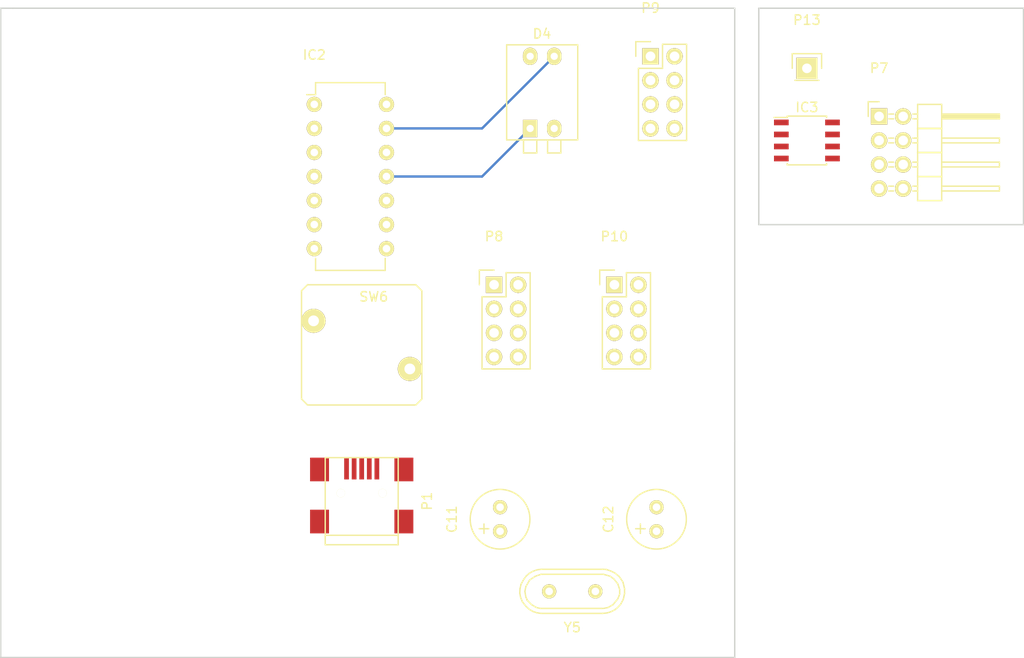
<source format=kicad_pcb>
(kicad_pcb (version 4) (host pcbnew 4.0.0-rc1-stable)

  (general
    (links 46)
    (no_connects 44)
    (area 125.73 76.2 234.95 146.05)
    (thickness 1.6)
    (drawings 11)
    (tracks 4)
    (zones 0)
    (modules 13)
    (nets 31)
  )

  (page A4)
  (layers
    (0 F.Cu signal)
    (31 B.Cu signal)
    (32 B.Adhes user)
    (33 F.Adhes user)
    (34 B.Paste user)
    (35 F.Paste user)
    (36 B.SilkS user)
    (37 F.SilkS user)
    (38 B.Mask user)
    (39 F.Mask user)
    (40 Dwgs.User user)
    (41 Cmts.User user)
    (42 Eco1.User user)
    (43 Eco2.User user)
    (44 Edge.Cuts user)
    (45 Margin user)
    (46 B.CrtYd user)
    (47 F.CrtYd user)
    (48 B.Fab user)
    (49 F.Fab user)
  )

  (setup
    (last_trace_width 0.25)
    (trace_clearance 0.2)
    (zone_clearance 0.508)
    (zone_45_only no)
    (trace_min 0.2)
    (segment_width 0.2)
    (edge_width 0.15)
    (via_size 0.6)
    (via_drill 0.4)
    (via_min_size 0.4)
    (via_min_drill 0.3)
    (uvia_size 0.3)
    (uvia_drill 0.1)
    (uvias_allowed no)
    (uvia_min_size 0.2)
    (uvia_min_drill 0.1)
    (pcb_text_width 0.3)
    (pcb_text_size 1.5 1.5)
    (mod_edge_width 0.15)
    (mod_text_size 1 1)
    (mod_text_width 0.15)
    (pad_size 1.524 1.524)
    (pad_drill 0.762)
    (pad_to_mask_clearance 0.2)
    (aux_axis_origin 0 0)
    (visible_elements FFFFFF7F)
    (pcbplotparams
      (layerselection 0x00030_80000001)
      (usegerberextensions false)
      (excludeedgelayer true)
      (linewidth 0.100000)
      (plotframeref false)
      (viasonmask false)
      (mode 1)
      (useauxorigin false)
      (hpglpennumber 1)
      (hpglpenspeed 20)
      (hpglpendiameter 15)
      (hpglpenoverlay 2)
      (psnegative false)
      (psa4output false)
      (plotreference true)
      (plotvalue true)
      (plotinvisibletext false)
      (padsonsilk false)
      (subtractmaskfromsilk false)
      (outputformat 1)
      (mirror false)
      (drillshape 1)
      (scaleselection 1)
      (outputdirectory ""))
  )

  (net 0 "")
  (net 1 "Net-(C11-Pad2)")
  (net 2 "Net-(C11-Pad1)")
  (net 3 "Net-(C12-Pad1)")
  (net 4 "Net-(D4-Pad1)")
  (net 5 "Net-(D4-Pad4)")
  (net 6 "Net-(D4-Pad2)")
  (net 7 "Net-(D4-Pad3)")
  (net 8 "Net-(IC2-Pad1)")
  (net 9 "Net-(IC2-Pad4)")
  (net 10 "Net-(IC2-Pad5)")
  (net 11 "Net-(IC2-Pad6)")
  (net 12 "Net-(IC2-Pad7)")
  (net 13 "Net-(IC2-Pad8)")
  (net 14 "Net-(IC2-Pad9)")
  (net 15 "Net-(IC3-Pad1)")
  (net 16 "Net-(IC3-Pad2)")
  (net 17 "Net-(IC3-Pad3)")
  (net 18 "Net-(IC3-Pad4)")
  (net 19 "Net-(IC3-Pad5)")
  (net 20 "Net-(IC3-Pad6)")
  (net 21 "Net-(IC3-Pad7)")
  (net 22 "Net-(IC3-Pad8)")
  (net 23 "Net-(P1-Pad4)")
  (net 24 "Net-(P1-Pad6)")
  (net 25 "Net-(P7-Pad1)")
  (net 26 "Net-(P8-Pad1)")
  (net 27 "Net-(P8-Pad6)")
  (net 28 "Net-(P9-Pad1)")
  (net 29 "Net-(P10-Pad5)")
  (net 30 "Net-(P10-Pad1)")

  (net_class Default "This is the default net class."
    (clearance 0.2)
    (trace_width 0.25)
    (via_dia 0.6)
    (via_drill 0.4)
    (uvia_dia 0.3)
    (uvia_drill 0.1)
    (add_net "Net-(C11-Pad1)")
    (add_net "Net-(C11-Pad2)")
    (add_net "Net-(C12-Pad1)")
    (add_net "Net-(D4-Pad1)")
    (add_net "Net-(D4-Pad2)")
    (add_net "Net-(D4-Pad3)")
    (add_net "Net-(D4-Pad4)")
    (add_net "Net-(IC2-Pad1)")
    (add_net "Net-(IC2-Pad4)")
    (add_net "Net-(IC2-Pad5)")
    (add_net "Net-(IC2-Pad6)")
    (add_net "Net-(IC2-Pad7)")
    (add_net "Net-(IC2-Pad8)")
    (add_net "Net-(IC2-Pad9)")
    (add_net "Net-(IC3-Pad1)")
    (add_net "Net-(IC3-Pad2)")
    (add_net "Net-(IC3-Pad3)")
    (add_net "Net-(IC3-Pad4)")
    (add_net "Net-(IC3-Pad5)")
    (add_net "Net-(IC3-Pad6)")
    (add_net "Net-(IC3-Pad7)")
    (add_net "Net-(IC3-Pad8)")
    (add_net "Net-(P1-Pad4)")
    (add_net "Net-(P1-Pad6)")
    (add_net "Net-(P10-Pad1)")
    (add_net "Net-(P10-Pad5)")
    (add_net "Net-(P7-Pad1)")
    (add_net "Net-(P8-Pad1)")
    (add_net "Net-(P8-Pad6)")
    (add_net "Net-(P9-Pad1)")
  )

  (module Capacitors_Elko_ThroughHole:Elko_vert_11.2x6.3mm_RM2.5_CopperClear (layer F.Cu) (tedit 5454A12B) (tstamp 561D2E97)
    (at 179.705 132.715 90)
    (descr "Electrolytic Capacitor, vertical, diameter 6,3mm, RM 2,5mm, CopperClear, radial,")
    (tags "Electrolytic Capacitor, vertical, diameter 6,3mm, RM 2,5mm, Elko, Electrolytkondensator, Kondensator gepolt, Durchmesser 6,3mm, CopperClear, radial,")
    (path /561DC024)
    (fp_text reference C11 (at 1.27 -5.08 90) (layer F.SilkS)
      (effects (font (size 1 1) (thickness 0.15)))
    )
    (fp_text value 12-22pF (at 1.27 5.08 90) (layer F.Fab)
      (effects (font (size 1 1) (thickness 0.15)))
    )
    (fp_line (start 0.26924 -1.69926) (end 0.76962 -1.69926) (layer F.SilkS) (width 0.15))
    (fp_line (start 0.26924 -1.69926) (end 0.26924 -2.19964) (layer F.SilkS) (width 0.15))
    (fp_line (start -0.23114 -1.69926) (end 0.26924 -1.69926) (layer F.SilkS) (width 0.15))
    (fp_line (start 0.26924 -1.69926) (end 0.26924 -1.30048) (layer F.SilkS) (width 0.15))
    (fp_line (start 0.26924 -1.30048) (end 0.26924 -1.19888) (layer F.SilkS) (width 0.15))
    (fp_circle (center 1.27 0) (end 4.4196 0) (layer F.SilkS) (width 0.15))
    (pad 2 thru_hole circle (at 2.54 0 90) (size 1.50114 1.50114) (drill 0.8001) (layers *.Cu *.Mask F.SilkS)
      (net 1 "Net-(C11-Pad2)"))
    (pad 1 thru_hole circle (at 0 0 90) (size 1.50114 1.50114) (drill 0.8001) (layers *.Cu *.Mask F.SilkS)
      (net 2 "Net-(C11-Pad1)"))
    (model Capacitors_Elko_ThroughHole.3dshapes/Elko_vert_11.2x6.3mm_RM2.5_CopperClear.wrl
      (at (xyz 0 0 0))
      (scale (xyz 1 1 1))
      (rotate (xyz 0 0 0))
    )
  )

  (module Capacitors_Elko_ThroughHole:Elko_vert_11.2x6.3mm_RM2.5_CopperClear (layer F.Cu) (tedit 5454A12B) (tstamp 561D2E9D)
    (at 196.215 132.715 90)
    (descr "Electrolytic Capacitor, vertical, diameter 6,3mm, RM 2,5mm, CopperClear, radial,")
    (tags "Electrolytic Capacitor, vertical, diameter 6,3mm, RM 2,5mm, Elko, Electrolytkondensator, Kondensator gepolt, Durchmesser 6,3mm, CopperClear, radial,")
    (path /561DC089)
    (fp_text reference C12 (at 1.27 -5.08 90) (layer F.SilkS)
      (effects (font (size 1 1) (thickness 0.15)))
    )
    (fp_text value 12-22pF (at 1.27 5.08 90) (layer F.Fab)
      (effects (font (size 1 1) (thickness 0.15)))
    )
    (fp_line (start 0.26924 -1.69926) (end 0.76962 -1.69926) (layer F.SilkS) (width 0.15))
    (fp_line (start 0.26924 -1.69926) (end 0.26924 -2.19964) (layer F.SilkS) (width 0.15))
    (fp_line (start -0.23114 -1.69926) (end 0.26924 -1.69926) (layer F.SilkS) (width 0.15))
    (fp_line (start 0.26924 -1.69926) (end 0.26924 -1.30048) (layer F.SilkS) (width 0.15))
    (fp_line (start 0.26924 -1.30048) (end 0.26924 -1.19888) (layer F.SilkS) (width 0.15))
    (fp_circle (center 1.27 0) (end 4.4196 0) (layer F.SilkS) (width 0.15))
    (pad 2 thru_hole circle (at 2.54 0 90) (size 1.50114 1.50114) (drill 0.8001) (layers *.Cu *.Mask F.SilkS)
      (net 1 "Net-(C11-Pad2)"))
    (pad 1 thru_hole circle (at 0 0 90) (size 1.50114 1.50114) (drill 0.8001) (layers *.Cu *.Mask F.SilkS)
      (net 3 "Net-(C12-Pad1)"))
    (model Capacitors_Elko_ThroughHole.3dshapes/Elko_vert_11.2x6.3mm_RM2.5_CopperClear.wrl
      (at (xyz 0 0 0))
      (scale (xyz 1 1 1))
      (rotate (xyz 0 0 0))
    )
  )

  (module Buttons_Switches_ThroughHole:SW_DIP_x2_Piano (layer F.Cu) (tedit 54BB66BF) (tstamp 561D2EA5)
    (at 182.88 90.17)
    (descr "CTS Electrocomponents, Series 206/208")
    (path /561D05B8)
    (fp_text reference D4 (at 1.25 -10) (layer F.SilkS)
      (effects (font (size 1 1) (thickness 0.15)))
    )
    (fp_text value LED_RCBG (at 2 4) (layer F.Fab)
      (effects (font (size 1 1) (thickness 0.15)))
    )
    (fp_line (start -0.7 1.22) (end -0.7 2.59) (layer F.SilkS) (width 0.15))
    (fp_line (start -0.7 2.59) (end 0.7 2.59) (layer F.SilkS) (width 0.15))
    (fp_line (start 0.7 2.59) (end 0.7 1.22) (layer F.SilkS) (width 0.15))
    (fp_line (start 1.84 1.22) (end 1.84 2.59) (layer F.SilkS) (width 0.15))
    (fp_line (start 1.84 2.59) (end 3.24 2.59) (layer F.SilkS) (width 0.15))
    (fp_line (start 3.24 2.59) (end 3.24 1.22) (layer F.SilkS) (width 0.15))
    (fp_line (start -2.8 -9.15) (end -2.8 2.95) (layer F.CrtYd) (width 0.05))
    (fp_line (start -2.8 2.95) (end 5.4 2.95) (layer F.CrtYd) (width 0.05))
    (fp_line (start 5.4 2.95) (end 5.4 -9.15) (layer F.CrtYd) (width 0.05))
    (fp_line (start 5.4 -9.15) (end -2.8 -9.15) (layer F.CrtYd) (width 0.05))
    (fp_line (start -2.48 1.21) (end -2.48 -8.83) (layer F.SilkS) (width 0.15))
    (fp_line (start -2.48 -8.83) (end 5.02 -8.83) (layer F.SilkS) (width 0.15))
    (fp_line (start 5.02 -8.83) (end 5.02 1.21) (layer F.SilkS) (width 0.15))
    (fp_line (start 5.02 1.21) (end -2.48 1.21) (layer F.SilkS) (width 0.15))
    (pad 1 thru_hole rect (at 0 0) (size 1.524 1.824) (drill 0.762) (layers *.Cu *.Mask F.SilkS)
      (net 4 "Net-(D4-Pad1)"))
    (pad 4 thru_hole oval (at 0 -7.62) (size 1.524 1.824) (drill 0.762) (layers *.Cu *.Mask F.SilkS)
      (net 5 "Net-(D4-Pad4)"))
    (pad 2 thru_hole oval (at 2.54 0) (size 1.524 1.824) (drill 0.762) (layers *.Cu *.Mask F.SilkS)
      (net 6 "Net-(D4-Pad2)"))
    (pad 3 thru_hole oval (at 2.54 -7.62) (size 1.524 1.824) (drill 0.762) (layers *.Cu *.Mask F.SilkS)
      (net 7 "Net-(D4-Pad3)"))
    (model Buttons_Switches_ThroughHole.3dshapes/SW_DIP_x2_Piano.wrl
      (at (xyz 0 0 0))
      (scale (xyz 1 1 1))
      (rotate (xyz 0 0 0))
    )
  )

  (module Housings_DIP:DIP-14_W7.62mm (layer F.Cu) (tedit 54130A77) (tstamp 561D2EB7)
    (at 160.095952 87.625)
    (descr "14-lead dip package, row spacing 7.62 mm (300 mils)")
    (tags "dil dip 2.54 300")
    (path /561D0407)
    (fp_text reference IC2 (at 0 -5.22) (layer F.SilkS)
      (effects (font (size 1 1) (thickness 0.15)))
    )
    (fp_text value ATTINY84A-P (at 0 -3.72) (layer F.Fab)
      (effects (font (size 1 1) (thickness 0.15)))
    )
    (fp_line (start -1.05 -2.45) (end -1.05 17.7) (layer F.CrtYd) (width 0.05))
    (fp_line (start 8.65 -2.45) (end 8.65 17.7) (layer F.CrtYd) (width 0.05))
    (fp_line (start -1.05 -2.45) (end 8.65 -2.45) (layer F.CrtYd) (width 0.05))
    (fp_line (start -1.05 17.7) (end 8.65 17.7) (layer F.CrtYd) (width 0.05))
    (fp_line (start 0.135 -2.295) (end 0.135 -1.025) (layer F.SilkS) (width 0.15))
    (fp_line (start 7.485 -2.295) (end 7.485 -1.025) (layer F.SilkS) (width 0.15))
    (fp_line (start 7.485 17.535) (end 7.485 16.265) (layer F.SilkS) (width 0.15))
    (fp_line (start 0.135 17.535) (end 0.135 16.265) (layer F.SilkS) (width 0.15))
    (fp_line (start 0.135 -2.295) (end 7.485 -2.295) (layer F.SilkS) (width 0.15))
    (fp_line (start 0.135 17.535) (end 7.485 17.535) (layer F.SilkS) (width 0.15))
    (fp_line (start 0.135 -1.025) (end -0.8 -1.025) (layer F.SilkS) (width 0.15))
    (pad 1 thru_hole oval (at 0 0) (size 1.6 1.6) (drill 0.8) (layers *.Cu *.Mask F.SilkS)
      (net 8 "Net-(IC2-Pad1)"))
    (pad 2 thru_hole oval (at 0 2.54) (size 1.6 1.6) (drill 0.8) (layers *.Cu *.Mask F.SilkS)
      (net 3 "Net-(C12-Pad1)"))
    (pad 3 thru_hole oval (at 0 5.08) (size 1.6 1.6) (drill 0.8) (layers *.Cu *.Mask F.SilkS)
      (net 2 "Net-(C11-Pad1)"))
    (pad 4 thru_hole oval (at 0 7.62) (size 1.6 1.6) (drill 0.8) (layers *.Cu *.Mask F.SilkS)
      (net 9 "Net-(IC2-Pad4)"))
    (pad 5 thru_hole oval (at 0 10.16) (size 1.6 1.6) (drill 0.8) (layers *.Cu *.Mask F.SilkS)
      (net 10 "Net-(IC2-Pad5)"))
    (pad 6 thru_hole oval (at 0 12.7) (size 1.6 1.6) (drill 0.8) (layers *.Cu *.Mask F.SilkS)
      (net 11 "Net-(IC2-Pad6)"))
    (pad 7 thru_hole oval (at 0 15.24) (size 1.6 1.6) (drill 0.8) (layers *.Cu *.Mask F.SilkS)
      (net 12 "Net-(IC2-Pad7)"))
    (pad 8 thru_hole oval (at 7.62 15.24) (size 1.6 1.6) (drill 0.8) (layers *.Cu *.Mask F.SilkS)
      (net 13 "Net-(IC2-Pad8)"))
    (pad 9 thru_hole oval (at 7.62 12.7) (size 1.6 1.6) (drill 0.8) (layers *.Cu *.Mask F.SilkS)
      (net 14 "Net-(IC2-Pad9)"))
    (pad 10 thru_hole oval (at 7.62 10.16) (size 1.6 1.6) (drill 0.8) (layers *.Cu *.Mask F.SilkS)
      (net 6 "Net-(D4-Pad2)"))
    (pad 11 thru_hole oval (at 7.62 7.62) (size 1.6 1.6) (drill 0.8) (layers *.Cu *.Mask F.SilkS)
      (net 4 "Net-(D4-Pad1)"))
    (pad 12 thru_hole oval (at 7.62 5.08) (size 1.6 1.6) (drill 0.8) (layers *.Cu *.Mask F.SilkS)
      (net 5 "Net-(D4-Pad4)"))
    (pad 13 thru_hole oval (at 7.62 2.54) (size 1.6 1.6) (drill 0.8) (layers *.Cu *.Mask F.SilkS)
      (net 7 "Net-(D4-Pad3)"))
    (pad 14 thru_hole oval (at 7.62 0) (size 1.6 1.6) (drill 0.8) (layers *.Cu *.Mask F.SilkS)
      (net 1 "Net-(C11-Pad2)"))
    (model Housings_DIP.3dshapes/DIP-14_W7.62mm.wrl
      (at (xyz 0 0 0))
      (scale (xyz 1 1 1))
      (rotate (xyz 0 0 0))
    )
  )

  (module Housings_SOIC:SOIC-8_3.9x4.9mm_Pitch1.27mm (layer F.Cu) (tedit 54130A77) (tstamp 561D2EC3)
    (at 212.09 91.44)
    (descr "8-Lead Plastic Small Outline (SN) - Narrow, 3.90 mm Body [SOIC] (see Microchip Packaging Specification 00000049BS.pdf)")
    (tags "SOIC 1.27")
    (path /561D0468)
    (attr smd)
    (fp_text reference IC3 (at 0 -3.5) (layer F.SilkS)
      (effects (font (size 1 1) (thickness 0.15)))
    )
    (fp_text value ATTINY25-S (at 0 3.5) (layer F.Fab)
      (effects (font (size 1 1) (thickness 0.15)))
    )
    (fp_line (start -3.75 -2.75) (end -3.75 2.75) (layer F.CrtYd) (width 0.05))
    (fp_line (start 3.75 -2.75) (end 3.75 2.75) (layer F.CrtYd) (width 0.05))
    (fp_line (start -3.75 -2.75) (end 3.75 -2.75) (layer F.CrtYd) (width 0.05))
    (fp_line (start -3.75 2.75) (end 3.75 2.75) (layer F.CrtYd) (width 0.05))
    (fp_line (start -2.075 -2.575) (end -2.075 -2.43) (layer F.SilkS) (width 0.15))
    (fp_line (start 2.075 -2.575) (end 2.075 -2.43) (layer F.SilkS) (width 0.15))
    (fp_line (start 2.075 2.575) (end 2.075 2.43) (layer F.SilkS) (width 0.15))
    (fp_line (start -2.075 2.575) (end -2.075 2.43) (layer F.SilkS) (width 0.15))
    (fp_line (start -2.075 -2.575) (end 2.075 -2.575) (layer F.SilkS) (width 0.15))
    (fp_line (start -2.075 2.575) (end 2.075 2.575) (layer F.SilkS) (width 0.15))
    (fp_line (start -2.075 -2.43) (end -3.475 -2.43) (layer F.SilkS) (width 0.15))
    (pad 1 smd rect (at -2.7 -1.905) (size 1.55 0.6) (layers F.Cu F.Paste F.Mask)
      (net 15 "Net-(IC3-Pad1)"))
    (pad 2 smd rect (at -2.7 -0.635) (size 1.55 0.6) (layers F.Cu F.Paste F.Mask)
      (net 16 "Net-(IC3-Pad2)"))
    (pad 3 smd rect (at -2.7 0.635) (size 1.55 0.6) (layers F.Cu F.Paste F.Mask)
      (net 17 "Net-(IC3-Pad3)"))
    (pad 4 smd rect (at -2.7 1.905) (size 1.55 0.6) (layers F.Cu F.Paste F.Mask)
      (net 18 "Net-(IC3-Pad4)"))
    (pad 5 smd rect (at 2.7 1.905) (size 1.55 0.6) (layers F.Cu F.Paste F.Mask)
      (net 19 "Net-(IC3-Pad5)"))
    (pad 6 smd rect (at 2.7 0.635) (size 1.55 0.6) (layers F.Cu F.Paste F.Mask)
      (net 20 "Net-(IC3-Pad6)"))
    (pad 7 smd rect (at 2.7 -0.635) (size 1.55 0.6) (layers F.Cu F.Paste F.Mask)
      (net 21 "Net-(IC3-Pad7)"))
    (pad 8 smd rect (at 2.7 -1.905) (size 1.55 0.6) (layers F.Cu F.Paste F.Mask)
      (net 22 "Net-(IC3-Pad8)"))
    (model Housings_SOIC.3dshapes/SOIC-8_3.9x4.9mm_Pitch1.27mm.wrl
      (at (xyz 0 0 0))
      (scale (xyz 1 1 1))
      (rotate (xyz 0 0 0))
    )
  )

  (module Connect:USB_Mini-B (layer F.Cu) (tedit 5543E571) (tstamp 561D2ED2)
    (at 165.1 129.54 90)
    (descr "USB Mini-B 5-pin SMD connector")
    (tags "USB USB_B USB_Mini connector")
    (path /561D051E)
    (attr smd)
    (fp_text reference P1 (at 0 6.90118 90) (layer F.SilkS)
      (effects (font (size 1 1) (thickness 0.15)))
    )
    (fp_text value USB_OTG (at 0 -7.0993 90) (layer F.Fab)
      (effects (font (size 1 1) (thickness 0.15)))
    )
    (fp_line (start -4.85 -5.7) (end 4.85 -5.7) (layer F.CrtYd) (width 0.05))
    (fp_line (start 4.85 -5.7) (end 4.85 5.7) (layer F.CrtYd) (width 0.05))
    (fp_line (start 4.85 5.7) (end -4.85 5.7) (layer F.CrtYd) (width 0.05))
    (fp_line (start -4.85 5.7) (end -4.85 -5.7) (layer F.CrtYd) (width 0.05))
    (fp_line (start -3.59918 -3.85064) (end -3.59918 3.85064) (layer F.SilkS) (width 0.15))
    (fp_line (start -4.59994 -3.85064) (end -4.59994 3.85064) (layer F.SilkS) (width 0.15))
    (fp_line (start -4.59994 3.85064) (end 4.59994 3.85064) (layer F.SilkS) (width 0.15))
    (fp_line (start 4.59994 3.85064) (end 4.59994 -3.85064) (layer F.SilkS) (width 0.15))
    (fp_line (start 4.59994 -3.85064) (end -4.59994 -3.85064) (layer F.SilkS) (width 0.15))
    (pad 1 smd rect (at 3.44932 -1.6002 90) (size 2.30124 0.50038) (layers F.Cu F.Paste F.Mask)
      (net 8 "Net-(IC2-Pad1)"))
    (pad 2 smd rect (at 3.44932 -0.8001 90) (size 2.30124 0.50038) (layers F.Cu F.Paste F.Mask)
      (net 10 "Net-(IC2-Pad5)"))
    (pad 3 smd rect (at 3.44932 0 90) (size 2.30124 0.50038) (layers F.Cu F.Paste F.Mask)
      (net 9 "Net-(IC2-Pad4)"))
    (pad 4 smd rect (at 3.44932 0.8001 90) (size 2.30124 0.50038) (layers F.Cu F.Paste F.Mask)
      (net 23 "Net-(P1-Pad4)"))
    (pad 5 smd rect (at 3.44932 1.6002 90) (size 2.30124 0.50038) (layers F.Cu F.Paste F.Mask)
      (net 1 "Net-(C11-Pad2)"))
    (pad 6 smd rect (at 3.35026 -4.45008 90) (size 2.49936 1.99898) (layers F.Cu F.Paste F.Mask)
      (net 24 "Net-(P1-Pad6)"))
    (pad 6 smd rect (at -2.14884 -4.45008 90) (size 2.49936 1.99898) (layers F.Cu F.Paste F.Mask)
      (net 24 "Net-(P1-Pad6)"))
    (pad 6 smd rect (at 3.35026 4.45008 90) (size 2.49936 1.99898) (layers F.Cu F.Paste F.Mask)
      (net 24 "Net-(P1-Pad6)"))
    (pad 6 smd rect (at -2.14884 4.45008 90) (size 2.49936 1.99898) (layers F.Cu F.Paste F.Mask)
      (net 24 "Net-(P1-Pad6)"))
    (pad "" np_thru_hole circle (at 0.8509 -2.19964 90) (size 0.89916 0.89916) (drill 0.89916) (layers *.Cu *.Mask F.SilkS))
    (pad "" np_thru_hole circle (at 0.8509 2.19964 90) (size 0.89916 0.89916) (drill 0.89916) (layers *.Cu *.Mask F.SilkS))
  )

  (module Pin_Headers:Pin_Header_Angled_2x04 (layer F.Cu) (tedit 54EA0233) (tstamp 561D2EDE)
    (at 219.71 88.9)
    (descr "Through hole pin header")
    (tags "pin header")
    (path /561D1227)
    (fp_text reference P7 (at 0 -5.1) (layer F.SilkS)
      (effects (font (size 1 1) (thickness 0.15)))
    )
    (fp_text value DIL8 (at 0 -3.1) (layer F.Fab)
      (effects (font (size 1 1) (thickness 0.15)))
    )
    (fp_line (start 0 -1.55) (end -1.15 -1.55) (layer F.SilkS) (width 0.15))
    (fp_line (start -1.15 -1.55) (end -1.15 0) (layer F.SilkS) (width 0.15))
    (fp_line (start -1.35 -1.75) (end -1.35 9.4) (layer F.CrtYd) (width 0.05))
    (fp_line (start 13.2 -1.75) (end 13.2 9.4) (layer F.CrtYd) (width 0.05))
    (fp_line (start -1.35 -1.75) (end 13.2 -1.75) (layer F.CrtYd) (width 0.05))
    (fp_line (start -1.35 9.4) (end 13.2 9.4) (layer F.CrtYd) (width 0.05))
    (fp_line (start 1.524 7.874) (end 1.016 7.874) (layer F.SilkS) (width 0.15))
    (fp_line (start 1.524 7.366) (end 1.016 7.366) (layer F.SilkS) (width 0.15))
    (fp_line (start 1.524 5.334) (end 1.016 5.334) (layer F.SilkS) (width 0.15))
    (fp_line (start 1.524 4.826) (end 1.016 4.826) (layer F.SilkS) (width 0.15))
    (fp_line (start 1.524 2.794) (end 1.016 2.794) (layer F.SilkS) (width 0.15))
    (fp_line (start 1.524 2.286) (end 1.016 2.286) (layer F.SilkS) (width 0.15))
    (fp_line (start 1.524 0.254) (end 1.016 0.254) (layer F.SilkS) (width 0.15))
    (fp_line (start 1.524 -0.254) (end 1.016 -0.254) (layer F.SilkS) (width 0.15))
    (fp_line (start 4.064 -0.254) (end 3.556 -0.254) (layer F.SilkS) (width 0.15))
    (fp_line (start 4.064 0.254) (end 3.556 0.254) (layer F.SilkS) (width 0.15))
    (fp_line (start 4.064 2.286) (end 3.556 2.286) (layer F.SilkS) (width 0.15))
    (fp_line (start 4.064 2.794) (end 3.556 2.794) (layer F.SilkS) (width 0.15))
    (fp_line (start 4.064 7.874) (end 3.556 7.874) (layer F.SilkS) (width 0.15))
    (fp_line (start 4.064 7.366) (end 3.556 7.366) (layer F.SilkS) (width 0.15))
    (fp_line (start 4.064 5.334) (end 3.556 5.334) (layer F.SilkS) (width 0.15))
    (fp_line (start 4.064 4.826) (end 3.556 4.826) (layer F.SilkS) (width 0.15))
    (fp_line (start 6.604 -0.127) (end 12.573 -0.127) (layer F.SilkS) (width 0.15))
    (fp_line (start 12.573 -0.127) (end 12.573 0.127) (layer F.SilkS) (width 0.15))
    (fp_line (start 12.573 0.127) (end 6.731 0.127) (layer F.SilkS) (width 0.15))
    (fp_line (start 6.731 0.127) (end 6.731 0) (layer F.SilkS) (width 0.15))
    (fp_line (start 6.731 0) (end 12.573 0) (layer F.SilkS) (width 0.15))
    (fp_line (start 4.064 8.89) (end 6.604 8.89) (layer F.SilkS) (width 0.15))
    (fp_line (start 4.064 3.81) (end 6.604 3.81) (layer F.SilkS) (width 0.15))
    (fp_line (start 4.064 3.81) (end 4.064 6.35) (layer F.SilkS) (width 0.15))
    (fp_line (start 4.064 6.35) (end 6.604 6.35) (layer F.SilkS) (width 0.15))
    (fp_line (start 6.604 4.826) (end 12.7 4.826) (layer F.SilkS) (width 0.15))
    (fp_line (start 12.7 4.826) (end 12.7 5.334) (layer F.SilkS) (width 0.15))
    (fp_line (start 12.7 5.334) (end 6.604 5.334) (layer F.SilkS) (width 0.15))
    (fp_line (start 6.604 6.35) (end 6.604 3.81) (layer F.SilkS) (width 0.15))
    (fp_line (start 6.604 8.89) (end 6.604 6.35) (layer F.SilkS) (width 0.15))
    (fp_line (start 12.7 7.874) (end 6.604 7.874) (layer F.SilkS) (width 0.15))
    (fp_line (start 12.7 7.366) (end 12.7 7.874) (layer F.SilkS) (width 0.15))
    (fp_line (start 6.604 7.366) (end 12.7 7.366) (layer F.SilkS) (width 0.15))
    (fp_line (start 4.064 8.89) (end 6.604 8.89) (layer F.SilkS) (width 0.15))
    (fp_line (start 4.064 6.35) (end 4.064 8.89) (layer F.SilkS) (width 0.15))
    (fp_line (start 4.064 6.35) (end 6.604 6.35) (layer F.SilkS) (width 0.15))
    (fp_line (start 4.064 1.27) (end 6.604 1.27) (layer F.SilkS) (width 0.15))
    (fp_line (start 4.064 1.27) (end 4.064 3.81) (layer F.SilkS) (width 0.15))
    (fp_line (start 4.064 3.81) (end 6.604 3.81) (layer F.SilkS) (width 0.15))
    (fp_line (start 6.604 2.286) (end 12.7 2.286) (layer F.SilkS) (width 0.15))
    (fp_line (start 12.7 2.286) (end 12.7 2.794) (layer F.SilkS) (width 0.15))
    (fp_line (start 12.7 2.794) (end 6.604 2.794) (layer F.SilkS) (width 0.15))
    (fp_line (start 6.604 3.81) (end 6.604 1.27) (layer F.SilkS) (width 0.15))
    (fp_line (start 6.604 1.27) (end 6.604 -1.27) (layer F.SilkS) (width 0.15))
    (fp_line (start 12.7 0.254) (end 6.604 0.254) (layer F.SilkS) (width 0.15))
    (fp_line (start 12.7 -0.254) (end 12.7 0.254) (layer F.SilkS) (width 0.15))
    (fp_line (start 6.604 -0.254) (end 12.7 -0.254) (layer F.SilkS) (width 0.15))
    (fp_line (start 4.064 1.27) (end 6.604 1.27) (layer F.SilkS) (width 0.15))
    (fp_line (start 4.064 -1.27) (end 4.064 1.27) (layer F.SilkS) (width 0.15))
    (fp_line (start 4.064 -1.27) (end 6.604 -1.27) (layer F.SilkS) (width 0.15))
    (pad 1 thru_hole rect (at 0 0) (size 1.7272 1.7272) (drill 1.016) (layers *.Cu *.Mask F.SilkS)
      (net 25 "Net-(P7-Pad1)"))
    (pad 2 thru_hole oval (at 2.54 0) (size 1.7272 1.7272) (drill 1.016) (layers *.Cu *.Mask F.SilkS)
      (net 16 "Net-(IC3-Pad2)"))
    (pad 3 thru_hole oval (at 0 2.54) (size 1.7272 1.7272) (drill 1.016) (layers *.Cu *.Mask F.SilkS)
      (net 17 "Net-(IC3-Pad3)"))
    (pad 4 thru_hole oval (at 2.54 2.54) (size 1.7272 1.7272) (drill 1.016) (layers *.Cu *.Mask F.SilkS)
      (net 18 "Net-(IC3-Pad4)"))
    (pad 5 thru_hole oval (at 0 5.08) (size 1.7272 1.7272) (drill 1.016) (layers *.Cu *.Mask F.SilkS)
      (net 19 "Net-(IC3-Pad5)"))
    (pad 6 thru_hole oval (at 2.54 5.08) (size 1.7272 1.7272) (drill 1.016) (layers *.Cu *.Mask F.SilkS)
      (net 20 "Net-(IC3-Pad6)"))
    (pad 7 thru_hole oval (at 0 7.62) (size 1.7272 1.7272) (drill 1.016) (layers *.Cu *.Mask F.SilkS)
      (net 21 "Net-(IC3-Pad7)"))
    (pad 8 thru_hole oval (at 2.54 7.62) (size 1.7272 1.7272) (drill 1.016) (layers *.Cu *.Mask F.SilkS)
      (net 22 "Net-(IC3-Pad8)"))
    (model Pin_Headers.3dshapes/Pin_Header_Angled_2x04.wrl
      (at (xyz 0.05 -0.15 0))
      (scale (xyz 1 1 1))
      (rotate (xyz 0 0 90))
    )
  )

  (module Pin_Headers:Pin_Header_Straight_2x04 (layer F.Cu) (tedit 0) (tstamp 561D2EEA)
    (at 179.07 106.68)
    (descr "Through hole pin header")
    (tags "pin header")
    (path /561D1280)
    (fp_text reference P8 (at 0 -5.1) (layer F.SilkS)
      (effects (font (size 1 1) (thickness 0.15)))
    )
    (fp_text value DIL8 (at 0 -3.1) (layer F.Fab)
      (effects (font (size 1 1) (thickness 0.15)))
    )
    (fp_line (start -1.75 -1.75) (end -1.75 9.4) (layer F.CrtYd) (width 0.05))
    (fp_line (start 4.3 -1.75) (end 4.3 9.4) (layer F.CrtYd) (width 0.05))
    (fp_line (start -1.75 -1.75) (end 4.3 -1.75) (layer F.CrtYd) (width 0.05))
    (fp_line (start -1.75 9.4) (end 4.3 9.4) (layer F.CrtYd) (width 0.05))
    (fp_line (start -1.27 1.27) (end -1.27 8.89) (layer F.SilkS) (width 0.15))
    (fp_line (start -1.27 8.89) (end 3.81 8.89) (layer F.SilkS) (width 0.15))
    (fp_line (start 3.81 8.89) (end 3.81 -1.27) (layer F.SilkS) (width 0.15))
    (fp_line (start 3.81 -1.27) (end 1.27 -1.27) (layer F.SilkS) (width 0.15))
    (fp_line (start 0 -1.55) (end -1.55 -1.55) (layer F.SilkS) (width 0.15))
    (fp_line (start 1.27 -1.27) (end 1.27 1.27) (layer F.SilkS) (width 0.15))
    (fp_line (start 1.27 1.27) (end -1.27 1.27) (layer F.SilkS) (width 0.15))
    (fp_line (start -1.55 -1.55) (end -1.55 0) (layer F.SilkS) (width 0.15))
    (pad 1 thru_hole rect (at 0 0) (size 1.7272 1.7272) (drill 1.016) (layers *.Cu *.Mask F.SilkS)
      (net 26 "Net-(P8-Pad1)"))
    (pad 2 thru_hole oval (at 2.54 0) (size 1.7272 1.7272) (drill 1.016) (layers *.Cu *.Mask F.SilkS)
      (net 3 "Net-(C12-Pad1)"))
    (pad 3 thru_hole oval (at 0 2.54) (size 1.7272 1.7272) (drill 1.016) (layers *.Cu *.Mask F.SilkS)
      (net 2 "Net-(C11-Pad1)"))
    (pad 4 thru_hole oval (at 2.54 2.54) (size 1.7272 1.7272) (drill 1.016) (layers *.Cu *.Mask F.SilkS)
      (net 1 "Net-(C11-Pad2)"))
    (pad 5 thru_hole oval (at 0 5.08) (size 1.7272 1.7272) (drill 1.016) (layers *.Cu *.Mask F.SilkS)
      (net 13 "Net-(IC2-Pad8)"))
    (pad 6 thru_hole oval (at 2.54 5.08) (size 1.7272 1.7272) (drill 1.016) (layers *.Cu *.Mask F.SilkS)
      (net 27 "Net-(P8-Pad6)"))
    (pad 7 thru_hole oval (at 0 7.62) (size 1.7272 1.7272) (drill 1.016) (layers *.Cu *.Mask F.SilkS)
      (net 14 "Net-(IC2-Pad9)"))
    (pad 8 thru_hole oval (at 2.54 7.62) (size 1.7272 1.7272) (drill 1.016) (layers *.Cu *.Mask F.SilkS)
      (net 8 "Net-(IC2-Pad1)"))
    (model Pin_Headers.3dshapes/Pin_Header_Straight_2x04.wrl
      (at (xyz 0.05 -0.15 0))
      (scale (xyz 1 1 1))
      (rotate (xyz 0 0 90))
    )
  )

  (module Pin_Headers:Pin_Header_Straight_2x04 (layer F.Cu) (tedit 0) (tstamp 561D2EF6)
    (at 195.58 82.55)
    (descr "Through hole pin header")
    (tags "pin header")
    (path /561D0725)
    (fp_text reference P9 (at 0 -5.1) (layer F.SilkS)
      (effects (font (size 1 1) (thickness 0.15)))
    )
    (fp_text value DIL8 (at 0 -3.1) (layer F.Fab)
      (effects (font (size 1 1) (thickness 0.15)))
    )
    (fp_line (start -1.75 -1.75) (end -1.75 9.4) (layer F.CrtYd) (width 0.05))
    (fp_line (start 4.3 -1.75) (end 4.3 9.4) (layer F.CrtYd) (width 0.05))
    (fp_line (start -1.75 -1.75) (end 4.3 -1.75) (layer F.CrtYd) (width 0.05))
    (fp_line (start -1.75 9.4) (end 4.3 9.4) (layer F.CrtYd) (width 0.05))
    (fp_line (start -1.27 1.27) (end -1.27 8.89) (layer F.SilkS) (width 0.15))
    (fp_line (start -1.27 8.89) (end 3.81 8.89) (layer F.SilkS) (width 0.15))
    (fp_line (start 3.81 8.89) (end 3.81 -1.27) (layer F.SilkS) (width 0.15))
    (fp_line (start 3.81 -1.27) (end 1.27 -1.27) (layer F.SilkS) (width 0.15))
    (fp_line (start 0 -1.55) (end -1.55 -1.55) (layer F.SilkS) (width 0.15))
    (fp_line (start 1.27 -1.27) (end 1.27 1.27) (layer F.SilkS) (width 0.15))
    (fp_line (start 1.27 1.27) (end -1.27 1.27) (layer F.SilkS) (width 0.15))
    (fp_line (start -1.55 -1.55) (end -1.55 0) (layer F.SilkS) (width 0.15))
    (pad 1 thru_hole rect (at 0 0) (size 1.7272 1.7272) (drill 1.016) (layers *.Cu *.Mask F.SilkS)
      (net 28 "Net-(P9-Pad1)"))
    (pad 2 thru_hole oval (at 2.54 0) (size 1.7272 1.7272) (drill 1.016) (layers *.Cu *.Mask F.SilkS)
      (net 3 "Net-(C12-Pad1)"))
    (pad 3 thru_hole oval (at 0 2.54) (size 1.7272 1.7272) (drill 1.016) (layers *.Cu *.Mask F.SilkS)
      (net 2 "Net-(C11-Pad1)"))
    (pad 4 thru_hole oval (at 2.54 2.54) (size 1.7272 1.7272) (drill 1.016) (layers *.Cu *.Mask F.SilkS)
      (net 1 "Net-(C11-Pad2)"))
    (pad 5 thru_hole oval (at 0 5.08) (size 1.7272 1.7272) (drill 1.016) (layers *.Cu *.Mask F.SilkS)
      (net 27 "Net-(P8-Pad6)"))
    (pad 6 thru_hole oval (at 2.54 5.08) (size 1.7272 1.7272) (drill 1.016) (layers *.Cu *.Mask F.SilkS)
      (net 29 "Net-(P10-Pad5)"))
    (pad 7 thru_hole oval (at 0 7.62) (size 1.7272 1.7272) (drill 1.016) (layers *.Cu *.Mask F.SilkS)
      (net 14 "Net-(IC2-Pad9)"))
    (pad 8 thru_hole oval (at 2.54 7.62) (size 1.7272 1.7272) (drill 1.016) (layers *.Cu *.Mask F.SilkS)
      (net 8 "Net-(IC2-Pad1)"))
    (model Pin_Headers.3dshapes/Pin_Header_Straight_2x04.wrl
      (at (xyz 0.05 -0.15 0))
      (scale (xyz 1 1 1))
      (rotate (xyz 0 0 90))
    )
  )

  (module Pin_Headers:Pin_Header_Straight_2x04 (layer F.Cu) (tedit 0) (tstamp 561D2F02)
    (at 191.77 106.68)
    (descr "Through hole pin header")
    (tags "pin header")
    (path /561D3C21)
    (fp_text reference P10 (at 0 -5.1) (layer F.SilkS)
      (effects (font (size 1 1) (thickness 0.15)))
    )
    (fp_text value DIL8 (at 0 -3.1) (layer F.Fab)
      (effects (font (size 1 1) (thickness 0.15)))
    )
    (fp_line (start -1.75 -1.75) (end -1.75 9.4) (layer F.CrtYd) (width 0.05))
    (fp_line (start 4.3 -1.75) (end 4.3 9.4) (layer F.CrtYd) (width 0.05))
    (fp_line (start -1.75 -1.75) (end 4.3 -1.75) (layer F.CrtYd) (width 0.05))
    (fp_line (start -1.75 9.4) (end 4.3 9.4) (layer F.CrtYd) (width 0.05))
    (fp_line (start -1.27 1.27) (end -1.27 8.89) (layer F.SilkS) (width 0.15))
    (fp_line (start -1.27 8.89) (end 3.81 8.89) (layer F.SilkS) (width 0.15))
    (fp_line (start 3.81 8.89) (end 3.81 -1.27) (layer F.SilkS) (width 0.15))
    (fp_line (start 3.81 -1.27) (end 1.27 -1.27) (layer F.SilkS) (width 0.15))
    (fp_line (start 0 -1.55) (end -1.55 -1.55) (layer F.SilkS) (width 0.15))
    (fp_line (start 1.27 -1.27) (end 1.27 1.27) (layer F.SilkS) (width 0.15))
    (fp_line (start 1.27 1.27) (end -1.27 1.27) (layer F.SilkS) (width 0.15))
    (fp_line (start -1.55 -1.55) (end -1.55 0) (layer F.SilkS) (width 0.15))
    (pad 1 thru_hole rect (at 0 0) (size 1.7272 1.7272) (drill 1.016) (layers *.Cu *.Mask F.SilkS)
      (net 30 "Net-(P10-Pad1)"))
    (pad 2 thru_hole oval (at 2.54 0) (size 1.7272 1.7272) (drill 1.016) (layers *.Cu *.Mask F.SilkS)
      (net 3 "Net-(C12-Pad1)"))
    (pad 3 thru_hole oval (at 0 2.54) (size 1.7272 1.7272) (drill 1.016) (layers *.Cu *.Mask F.SilkS)
      (net 2 "Net-(C11-Pad1)"))
    (pad 4 thru_hole oval (at 2.54 2.54) (size 1.7272 1.7272) (drill 1.016) (layers *.Cu *.Mask F.SilkS)
      (net 1 "Net-(C11-Pad2)"))
    (pad 5 thru_hole oval (at 0 5.08) (size 1.7272 1.7272) (drill 1.016) (layers *.Cu *.Mask F.SilkS)
      (net 29 "Net-(P10-Pad5)"))
    (pad 6 thru_hole oval (at 2.54 5.08) (size 1.7272 1.7272) (drill 1.016) (layers *.Cu *.Mask F.SilkS)
      (net 12 "Net-(IC2-Pad7)"))
    (pad 7 thru_hole oval (at 0 7.62) (size 1.7272 1.7272) (drill 1.016) (layers *.Cu *.Mask F.SilkS)
      (net 14 "Net-(IC2-Pad9)"))
    (pad 8 thru_hole oval (at 2.54 7.62) (size 1.7272 1.7272) (drill 1.016) (layers *.Cu *.Mask F.SilkS)
      (net 8 "Net-(IC2-Pad1)"))
    (model Pin_Headers.3dshapes/Pin_Header_Straight_2x04.wrl
      (at (xyz 0.05 -0.15 0))
      (scale (xyz 1 1 1))
      (rotate (xyz 0 0 90))
    )
  )

  (module Pin_Headers:Pin_Header_Straight_1x01 (layer F.Cu) (tedit 54EA08DC) (tstamp 561D2F07)
    (at 212.09 83.82)
    (descr "Through hole pin header")
    (tags "pin header")
    (path /561DD29E)
    (fp_text reference P13 (at 0 -5.1) (layer F.SilkS)
      (effects (font (size 1 1) (thickness 0.15)))
    )
    (fp_text value SENSOR (at 0 -3.1) (layer F.Fab)
      (effects (font (size 1 1) (thickness 0.15)))
    )
    (fp_line (start 1.55 -1.55) (end 1.55 0) (layer F.SilkS) (width 0.15))
    (fp_line (start -1.75 -1.75) (end -1.75 1.75) (layer F.CrtYd) (width 0.05))
    (fp_line (start 1.75 -1.75) (end 1.75 1.75) (layer F.CrtYd) (width 0.05))
    (fp_line (start -1.75 -1.75) (end 1.75 -1.75) (layer F.CrtYd) (width 0.05))
    (fp_line (start -1.75 1.75) (end 1.75 1.75) (layer F.CrtYd) (width 0.05))
    (fp_line (start -1.55 0) (end -1.55 -1.55) (layer F.SilkS) (width 0.15))
    (fp_line (start -1.55 -1.55) (end 1.55 -1.55) (layer F.SilkS) (width 0.15))
    (fp_line (start -1.27 1.27) (end 1.27 1.27) (layer F.SilkS) (width 0.15))
    (pad 1 thru_hole rect (at 0 0) (size 2.2352 2.2352) (drill 1.016) (layers *.Cu *.Mask F.SilkS)
      (net 15 "Net-(IC3-Pad1)"))
    (model Pin_Headers.3dshapes/Pin_Header_Straight_1x01.wrl
      (at (xyz 0 0 0))
      (scale (xyz 1 1 1))
      (rotate (xyz 0 0 90))
    )
  )

  (module Buttons_Switches_ThroughHole:SW_PUSH (layer F.Cu) (tedit 0) (tstamp 561D2F0D)
    (at 165.1 113.03)
    (descr "Bouton poussoir")
    (tags "SWITCH DEV")
    (path /561D0563)
    (fp_text reference SW6 (at 1.27 -5.08) (layer F.SilkS)
      (effects (font (size 1 1) (thickness 0.15)))
    )
    (fp_text value "CHANGE MODE" (at 0 0) (layer F.Fab)
      (effects (font (size 1 1) (thickness 0.15)))
    )
    (fp_line (start 6.35 -5.715) (end 6.35 5.715) (layer F.SilkS) (width 0.15))
    (fp_line (start 6.35 5.715) (end 5.715 6.35) (layer F.SilkS) (width 0.15))
    (fp_line (start 5.715 6.35) (end -5.715 6.35) (layer F.SilkS) (width 0.15))
    (fp_line (start -5.715 6.35) (end -6.35 5.715) (layer F.SilkS) (width 0.15))
    (fp_line (start -6.35 5.715) (end -6.35 -5.715) (layer F.SilkS) (width 0.15))
    (fp_line (start -5.715 -6.35) (end 5.715 -6.35) (layer F.SilkS) (width 0.15))
    (fp_line (start 5.715 -6.35) (end 6.35 -5.715) (layer F.SilkS) (width 0.15))
    (fp_line (start -6.35 -5.715) (end -5.715 -6.35) (layer F.SilkS) (width 0.15))
    (pad 1 thru_hole circle (at -5.08 -2.54) (size 2.54 2.54) (drill 1.143) (layers *.Cu *.Mask F.SilkS)
      (net 8 "Net-(IC2-Pad1)"))
    (pad 2 thru_hole circle (at 5.08 2.54) (size 2.54 2.54) (drill 1.143) (layers *.Cu *.Mask F.SilkS)
      (net 11 "Net-(IC2-Pad6)"))
    (model Buttons_Switches_ThroughHole.3dshapes/SW_PUSH.wrl
      (at (xyz 0 0 0))
      (scale (xyz 1 1 1))
      (rotate (xyz 0 0 0))
    )
  )

  (module Crystals:Crystal_HC49-U_Vertical (layer F.Cu) (tedit 0) (tstamp 561D2F13)
    (at 187.325 139.065 180)
    (descr "Crystal, Quarz, HC49/U, vertical, stehend,")
    (tags "Crystal, Quarz, HC49/U, vertical, stehend,")
    (path /561D094A)
    (fp_text reference Y5 (at 0 -3.81 180) (layer F.SilkS)
      (effects (font (size 1 1) (thickness 0.15)))
    )
    (fp_text value "20 Mhz" (at 0 3.81 180) (layer F.Fab)
      (effects (font (size 1 1) (thickness 0.15)))
    )
    (fp_line (start 4.699 -1.00076) (end 4.89966 -0.59944) (layer F.SilkS) (width 0.15))
    (fp_line (start 4.89966 -0.59944) (end 5.00126 0) (layer F.SilkS) (width 0.15))
    (fp_line (start 5.00126 0) (end 4.89966 0.50038) (layer F.SilkS) (width 0.15))
    (fp_line (start 4.89966 0.50038) (end 4.50088 1.19888) (layer F.SilkS) (width 0.15))
    (fp_line (start 4.50088 1.19888) (end 3.8989 1.6002) (layer F.SilkS) (width 0.15))
    (fp_line (start 3.8989 1.6002) (end 3.29946 1.80086) (layer F.SilkS) (width 0.15))
    (fp_line (start 3.29946 1.80086) (end -3.29946 1.80086) (layer F.SilkS) (width 0.15))
    (fp_line (start -3.29946 1.80086) (end -4.0005 1.6002) (layer F.SilkS) (width 0.15))
    (fp_line (start -4.0005 1.6002) (end -4.39928 1.30048) (layer F.SilkS) (width 0.15))
    (fp_line (start -4.39928 1.30048) (end -4.8006 0.8001) (layer F.SilkS) (width 0.15))
    (fp_line (start -4.8006 0.8001) (end -5.00126 0.20066) (layer F.SilkS) (width 0.15))
    (fp_line (start -5.00126 0.20066) (end -5.00126 -0.29972) (layer F.SilkS) (width 0.15))
    (fp_line (start -5.00126 -0.29972) (end -4.8006 -0.8001) (layer F.SilkS) (width 0.15))
    (fp_line (start -4.8006 -0.8001) (end -4.30022 -1.39954) (layer F.SilkS) (width 0.15))
    (fp_line (start -4.30022 -1.39954) (end -3.79984 -1.69926) (layer F.SilkS) (width 0.15))
    (fp_line (start -3.79984 -1.69926) (end -3.29946 -1.80086) (layer F.SilkS) (width 0.15))
    (fp_line (start -3.2004 -1.80086) (end 3.40106 -1.80086) (layer F.SilkS) (width 0.15))
    (fp_line (start 3.40106 -1.80086) (end 3.79984 -1.69926) (layer F.SilkS) (width 0.15))
    (fp_line (start 3.79984 -1.69926) (end 4.30022 -1.39954) (layer F.SilkS) (width 0.15))
    (fp_line (start 4.30022 -1.39954) (end 4.8006 -0.89916) (layer F.SilkS) (width 0.15))
    (fp_line (start -3.19024 -2.32918) (end -3.64998 -2.28092) (layer F.SilkS) (width 0.15))
    (fp_line (start -3.64998 -2.28092) (end -4.04876 -2.16916) (layer F.SilkS) (width 0.15))
    (fp_line (start -4.04876 -2.16916) (end -4.48056 -1.95072) (layer F.SilkS) (width 0.15))
    (fp_line (start -4.48056 -1.95072) (end -4.77012 -1.71958) (layer F.SilkS) (width 0.15))
    (fp_line (start -4.77012 -1.71958) (end -5.10032 -1.36906) (layer F.SilkS) (width 0.15))
    (fp_line (start -5.10032 -1.36906) (end -5.38988 -0.83058) (layer F.SilkS) (width 0.15))
    (fp_line (start -5.38988 -0.83058) (end -5.51942 -0.23114) (layer F.SilkS) (width 0.15))
    (fp_line (start -5.51942 -0.23114) (end -5.51942 0.2794) (layer F.SilkS) (width 0.15))
    (fp_line (start -5.51942 0.2794) (end -5.34924 0.98044) (layer F.SilkS) (width 0.15))
    (fp_line (start -5.34924 0.98044) (end -4.95046 1.56972) (layer F.SilkS) (width 0.15))
    (fp_line (start -4.95046 1.56972) (end -4.49072 1.94056) (layer F.SilkS) (width 0.15))
    (fp_line (start -4.49072 1.94056) (end -4.06908 2.14884) (layer F.SilkS) (width 0.15))
    (fp_line (start -4.06908 2.14884) (end -3.6195 2.30886) (layer F.SilkS) (width 0.15))
    (fp_line (start -3.6195 2.30886) (end -3.18008 2.33934) (layer F.SilkS) (width 0.15))
    (fp_line (start 4.16052 2.1209) (end 4.53898 1.89992) (layer F.SilkS) (width 0.15))
    (fp_line (start 4.53898 1.89992) (end 4.85902 1.62052) (layer F.SilkS) (width 0.15))
    (fp_line (start 4.85902 1.62052) (end 5.11048 1.29032) (layer F.SilkS) (width 0.15))
    (fp_line (start 5.11048 1.29032) (end 5.4102 0.73914) (layer F.SilkS) (width 0.15))
    (fp_line (start 5.4102 0.73914) (end 5.51942 0.26924) (layer F.SilkS) (width 0.15))
    (fp_line (start 5.51942 0.26924) (end 5.53974 -0.1905) (layer F.SilkS) (width 0.15))
    (fp_line (start 5.53974 -0.1905) (end 5.45084 -0.65024) (layer F.SilkS) (width 0.15))
    (fp_line (start 5.45084 -0.65024) (end 5.26034 -1.09982) (layer F.SilkS) (width 0.15))
    (fp_line (start 5.26034 -1.09982) (end 4.89966 -1.56972) (layer F.SilkS) (width 0.15))
    (fp_line (start 4.89966 -1.56972) (end 4.54914 -1.88976) (layer F.SilkS) (width 0.15))
    (fp_line (start 4.54914 -1.88976) (end 4.16052 -2.1209) (layer F.SilkS) (width 0.15))
    (fp_line (start 4.16052 -2.1209) (end 3.73126 -2.2606) (layer F.SilkS) (width 0.15))
    (fp_line (start 3.73126 -2.2606) (end 3.2893 -2.32918) (layer F.SilkS) (width 0.15))
    (fp_line (start -3.2004 2.32918) (end 3.2512 2.32918) (layer F.SilkS) (width 0.15))
    (fp_line (start 3.2512 2.32918) (end 3.6703 2.29108) (layer F.SilkS) (width 0.15))
    (fp_line (start 3.6703 2.29108) (end 4.16052 2.1209) (layer F.SilkS) (width 0.15))
    (fp_line (start -3.2004 -2.32918) (end 3.2512 -2.32918) (layer F.SilkS) (width 0.15))
    (pad 1 thru_hole circle (at -2.44094 0 180) (size 1.50114 1.50114) (drill 0.8001) (layers *.Cu *.Mask F.SilkS)
      (net 3 "Net-(C12-Pad1)"))
    (pad 2 thru_hole circle (at 2.44094 0 180) (size 1.50114 1.50114) (drill 0.8001) (layers *.Cu *.Mask F.SilkS)
      (net 2 "Net-(C11-Pad1)"))
  )

  (gr_line (start 204.47 146.05) (end 127 146.05) (angle 90) (layer Edge.Cuts) (width 0.15))
  (gr_line (start 204.47 123.19) (end 204.47 146.05) (angle 90) (layer Edge.Cuts) (width 0.15))
  (gr_line (start 127 123.19) (end 127 146.05) (angle 90) (layer Edge.Cuts) (width 0.15))
  (gr_line (start 207.01 100.33) (end 207.01 77.47) (angle 90) (layer Edge.Cuts) (width 0.15))
  (gr_line (start 234.95 100.33) (end 207.01 100.33) (angle 90) (layer Edge.Cuts) (width 0.15))
  (gr_line (start 234.95 77.47) (end 234.95 100.33) (angle 90) (layer Edge.Cuts) (width 0.15))
  (gr_line (start 207.01 77.47) (end 234.95 77.47) (angle 90) (layer Edge.Cuts) (width 0.15))
  (gr_line (start 127 77.47) (end 128.27 77.47) (angle 90) (layer Edge.Cuts) (width 0.15))
  (gr_line (start 127 123.19) (end 127 77.47) (angle 90) (layer Edge.Cuts) (width 0.15))
  (gr_line (start 204.47 77.47) (end 204.47 123.19) (angle 90) (layer Edge.Cuts) (width 0.15))
  (gr_line (start 128.27 77.47) (end 204.47 77.47) (angle 90) (layer Edge.Cuts) (width 0.15))

  (segment (start 167.715952 95.245) (end 177.805 95.245) (width 0.25) (layer B.Cu) (net 4))
  (segment (start 177.805 95.245) (end 182.88 90.17) (width 0.25) (layer B.Cu) (net 4) (tstamp 561D3891))
  (segment (start 167.715952 90.165) (end 177.805 90.165) (width 0.25) (layer B.Cu) (net 7))
  (segment (start 177.805 90.165) (end 185.42 82.55) (width 0.25) (layer B.Cu) (net 7) (tstamp 561D388C))

)

</source>
